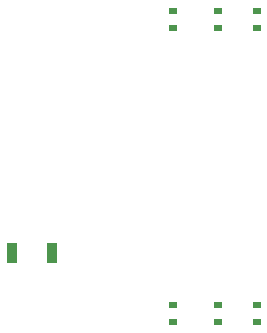
<source format=gbr>
%TF.GenerationSoftware,KiCad,Pcbnew,(6.0.1-0)*%
%TF.CreationDate,2023-10-08T20:28:27-07:00*%
%TF.ProjectId,pizzapad,70697a7a-6170-4616-942e-6b696361645f,rev?*%
%TF.SameCoordinates,Original*%
%TF.FileFunction,Paste,Top*%
%TF.FilePolarity,Positive*%
%FSLAX46Y46*%
G04 Gerber Fmt 4.6, Leading zero omitted, Abs format (unit mm)*
G04 Created by KiCad (PCBNEW (6.0.1-0)) date 2023-10-08 20:28:27*
%MOMM*%
%LPD*%
G01*
G04 APERTURE LIST*
%ADD10R,0.700000X0.600000*%
%ADD11R,0.900000X1.700000*%
G04 APERTURE END LIST*
D10*
%TO.C,D5*%
X126492000Y-127062000D03*
X126492000Y-128462000D03*
%TD*%
%TO.C,D2*%
X126492000Y-103570000D03*
X126492000Y-102170000D03*
%TD*%
%TO.C,D1*%
X130302000Y-103570000D03*
X130302000Y-102170000D03*
%TD*%
D11*
%TO.C,SW1*%
X116254000Y-122682000D03*
X112854000Y-122682000D03*
%TD*%
D10*
%TO.C,D4*%
X130302000Y-127062000D03*
X130302000Y-128462000D03*
%TD*%
%TO.C,D3*%
X133604000Y-127062000D03*
X133604000Y-128462000D03*
%TD*%
%TO.C,D0*%
X133604000Y-103570000D03*
X133604000Y-102170000D03*
%TD*%
M02*

</source>
